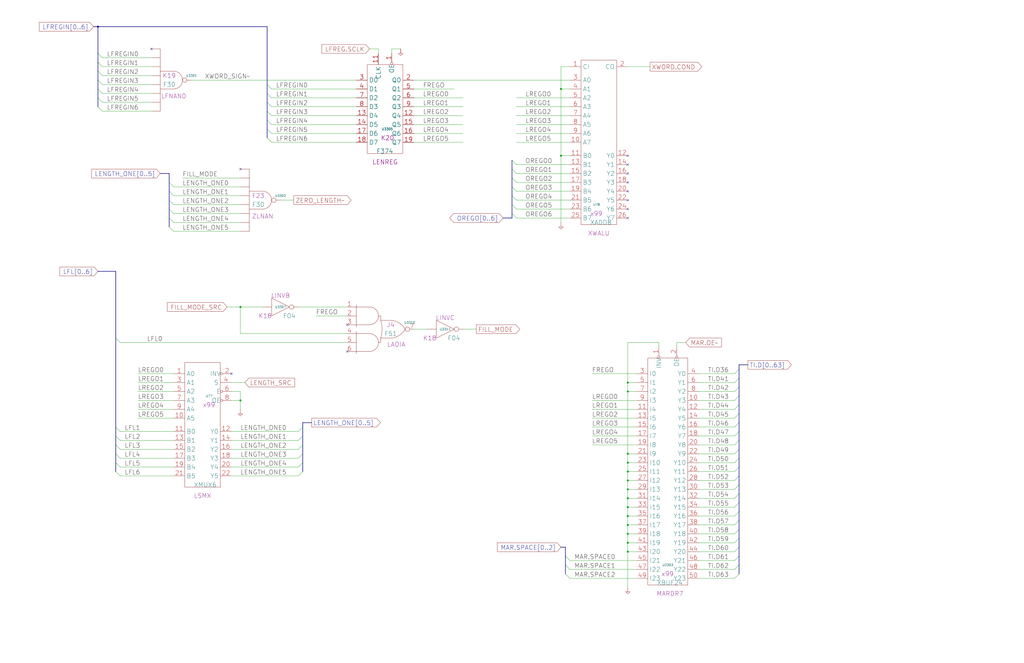
<source format=kicad_sch>
(kicad_sch (version 20230121) (generator eeschema)
  (paper "User" 584.2 378.46)
  (title_block (title "FIU FIELD PARAMETERS") (date "20-MAR-90") (rev "1.0") (comment 1 "FIU") (comment 2 "232-003065") (comment 3 "S400") (comment 4 "RELEASED"))
  (lib_symbols
    (symbol "r1000:F04" (pin_numbers hide) (pin_names hide)
      (property "Reference" "U" (at 0 0 0))
      (property "Value" "F04" (at 1.27 -5.08 0))
      (property "Location" "___" (at -12.7 -5.08 0))
      (property "Name" "______" (at 0 5.08 0))
      (symbol "F04_0_1"
        (polyline (pts (xy -7.62 0) (xy -5.08 0)) (stroke (width 0.1524)))
        (polyline (pts (xy -5.08 5.08) (xy -5.08 -5.08)) (stroke (width 0.1524)))
        (polyline (pts (xy 5.08 0) (xy -5.08 -5.08)) (stroke (width 0.1524)))
        (polyline (pts (xy 5.08 0) (xy -5.08 5.08)) (stroke (width 0.1524)))
        (circle (center 6.35 0) (radius 1.27) (stroke (width 0.1524)))
      )
      (symbol "F04_1_1"
        (pin input line (at -10.16 0 0) (length 2.54) (name "D0") (number "1"))
        (pin output line (at 10.16 0 180) (length 2.54) (name "Q") (number "2"))
      )
    )
    (symbol "r1000:F30" (pin_numbers hide) (pin_names hide)
      (property "Reference" "U" (at 15.24 2.54 0))
      (property "Value" "F30" (at 2.54 -2.54 0))
      (property "Location" "___" (at 2.54 2.54 0))
      (property "Name" "______" (at 5.08 -10.62 0))
      (symbol "F30_0_0"
        (polyline (pts (xy -2.54 -5.08) (xy 5.08 -5.08)) (stroke (width 0.1524)))
        (polyline (pts (xy -2.54 5.08) (xy 5.08 5.08)) (stroke (width 0.1524)))
        (arc (start 5.08 -5.08) (mid 8.6721 -3.5921) (end 10.16 0) (stroke (width 0.1524)))
        (arc (start 10.16 0) (mid 8.6721 3.5921) (end 5.08 5.08) (stroke (width 0.1524)))
        (circle (center 11.43 0) (radius 1.27) (stroke (width 0.1524)))
      )
      (symbol "F30_0_1"
        (polyline (pts (xy -2.54 -7.62) (xy -2.54 -17.78)) (stroke (width 0.1524)))
        (polyline (pts (xy -2.54 -5.08) (xy -2.54 -7.62)) (stroke (width 0.1524)))
        (polyline (pts (xy -2.54 5.08) (xy -2.54 -5.08)) (stroke (width 0.1524)))
        (polyline (pts (xy -2.54 7.62) (xy -2.54 5.08)) (stroke (width 0.1524)))
        (polyline (pts (xy -2.54 17.145) (xy -2.54 7.62)) (stroke (width 0.1524)))
        (polyline (pts (xy -2.54 17.78) (xy -2.54 17.145)) (stroke (width 0.1524)))
      )
      (symbol "F30_1_1"
        (pin input line (at -7.62 7.62 0) (length 5.08) (name "D2") (number "1"))
        (pin input line (at -7.62 17.78 0) (length 5.08) (name "D0") (number "11"))
        (pin input line (at -7.62 12.7 0) (length 5.08) (name "D1") (number "12"))
        (pin input line (at -7.62 2.54 0) (length 5.08) (name "D3") (number "2"))
        (pin input line (at -7.62 -2.54 0) (length 5.08) (name "D4") (number "3"))
        (pin input line (at -7.62 -7.62 0) (length 5.08) (name "D5") (number "4"))
        (pin input line (at -7.62 -12.7 0) (length 5.08) (name "D6") (number "5"))
        (pin input line (at -7.62 -17.78 0) (length 5.08) (name "D7") (number "6"))
        (pin output line (at 15.24 0 180) (length 2.54) (name "Q") (number "8"))
      )
    )
    (symbol "r1000:F374" (pin_names (offset 1.016))
      (property "Reference" "U" (at 2.54 5.08 0))
      (property "Value" "F374" (at -3.81 -7.62 0))
      (property "Location" "___" (at -1.27 0 0))
      (property "Name" "______" (at 1.27 -15.24 0))
      (symbol "F374_1_1"
        (rectangle (start -8.89 41.91) (end 11.43 -8.89))
        (circle (center 5.08 42.545) (radius 0.635))
        (pin input line (at 5.08 48.26 270) (length 5.08) (name "OE") (number "1"))
        (pin input line (at -2.54 48.26 270) (length 6.35) (name "CLK") (number "11"))
        (pin tri_state line (at 17.78 12.7 180) (length 6.35) (name "Q4") (number "12"))
        (pin input line (at -15.24 12.7 0) (length 6.35) (name "D4") (number "13"))
        (pin input line (at -15.24 7.62 0) (length 6.35) (name "D5") (number "14"))
        (pin tri_state line (at 17.78 7.62 180) (length 6.35) (name "Q5") (number "15"))
        (pin tri_state line (at 17.78 2.54 180) (length 6.35) (name "Q6") (number "16"))
        (pin input line (at -15.24 2.54 0) (length 6.35) (name "D6") (number "17"))
        (pin input line (at -15.24 -2.54 0) (length 6.35) (name "D7") (number "18"))
        (pin tri_state line (at 17.78 -2.54 180) (length 6.35) (name "Q7") (number "19"))
        (pin tri_state line (at 17.78 33.02 180) (length 6.35) (name "Q0") (number "2"))
        (pin input line (at -15.24 33.02 0) (length 6.35) (name "D0") (number "3"))
        (pin input line (at -15.24 27.94 0) (length 6.35) (name "D1") (number "4"))
        (pin tri_state line (at 17.78 27.94 180) (length 6.35) (name "Q1") (number "5"))
        (pin tri_state line (at 17.78 22.86 180) (length 6.35) (name "Q2") (number "6"))
        (pin input line (at -15.24 22.86 0) (length 6.35) (name "D2") (number "7"))
        (pin input line (at -15.24 17.78 0) (length 6.35) (name "D3") (number "8"))
        (pin tri_state line (at 17.78 17.78 180) (length 6.35) (name "Q3") (number "9"))
      )
    )
    (symbol "r1000:F51" (pin_names hide)
      (property "Reference" "U" (at 12.7 1.27 0))
      (property "Value" "F51" (at 1.905 -5.08 0))
      (property "Location" "___" (at 1.905 0 0))
      (property "Name" "______" (at 5.08 -12.7 0))
      (symbol "F51_0_0"
        (arc (start -10.16 -15.24) (mid -6.5679 -13.7521) (end -5.08 -10.16) (stroke (width 0.1524)))
        (arc (start -10.16 0) (mid -6.5679 1.4879) (end -5.08 5.08) (stroke (width 0.1524)))
        (arc (start -5.08 -10.16) (mid -6.5679 -6.5679) (end -10.16 -5.08) (stroke (width 0.1524)))
        (arc (start -5.08 5.08) (mid -6.5679 8.6721) (end -10.16 10.16) (stroke (width 0.1524)))
        (arc (start -3.8173 -7.62) (mid -2.9926 -2.54) (end -3.8173 2.54) (stroke (width 0.1524)))
        (polyline (pts (xy -20.32 -15.24) (xy -17.78 -15.24)) (stroke (width 0.1524)))
        (polyline (pts (xy -20.32 -10.16) (xy -17.78 -10.16)) (stroke (width 0.1524)))
        (polyline (pts (xy -20.32 -5.08) (xy -17.78 -5.08)) (stroke (width 0.1524)))
        (polyline (pts (xy -20.32 0) (xy -17.78 0)) (stroke (width 0.1524)))
        (polyline (pts (xy -20.32 5.08) (xy -17.78 5.08)) (stroke (width 0.1524)))
        (polyline (pts (xy -20.32 10.16) (xy -17.78 10.16)) (stroke (width 0.1524)))
        (polyline (pts (xy -17.78 -3.81) (xy -17.78 -16.51)) (stroke (width 0.1524)))
        (polyline (pts (xy -17.78 11.43) (xy -17.78 -1.27)) (stroke (width 0.1524)))
        (polyline (pts (xy -10.16 -15.24) (xy -17.78 -15.24)) (stroke (width 0.1524)))
        (polyline (pts (xy -10.16 -5.08) (xy -17.78 -5.08)) (stroke (width 0.1524)))
        (polyline (pts (xy -10.16 0) (xy -17.78 0)) (stroke (width 0.1524)))
        (polyline (pts (xy -10.16 10.16) (xy -17.78 10.16)) (stroke (width 0.1524)))
        (polyline (pts (xy -3.81 -7.62) (xy 2.54 -7.62)) (stroke (width 0.1524)))
        (polyline (pts (xy -3.81 2.54) (xy 2.54 2.54)) (stroke (width 0.1524)))
        (polyline (pts (xy -5.08 -10.16) (xy -3.81 -10.16) (xy -3.81 -7.62)) (stroke (width 0.1524)))
        (polyline (pts (xy -5.08 5.08) (xy -3.81 5.08) (xy -3.81 2.54)) (stroke (width 0.1524)))
        (arc (start 2.54 -7.62) (mid 6.9504 -5.9805) (end 10.16 -2.54) (stroke (width 0.1524)))
        (arc (start 10.16 -2.54) (mid 6.9516 0.9024) (end 2.54 2.54) (stroke (width 0.1524)))
        (circle (center 11.43 -2.54) (radius 1.27) (stroke (width 0.1524)))
      )
      (symbol "F51_1_1"
        (pin input line (at -22.86 10.16 0) (length 2.54) (name "A1") (number "1"))
        (pin input line (at -22.86 5.08 0) (length 2.54) (name "A2") (number "2"))
        (pin input line (at -22.86 0 0) (length 2.54) (name "A3") (number "3"))
        (pin input line (at -22.86 -5.08 0) (length 2.54) (name "B1") (number "4"))
        (pin input line (at -22.86 -10.16 0) (length 2.54) (name "B2") (number "5"))
        (pin input line (at -22.86 -15.24 0) (length 2.54) (name "B3") (number "6"))
        (pin output line (at 15.24 -2.54 180) (length 2.54) (name "Q") (number "7"))
      )
    )
    (symbol "r1000:PD" (power) (pin_numbers hide) (pin_names hide) (in_bom no)
      (symbol "PD_0_1"
        (polyline (pts (xy 0 -2.54) (xy 1.27 -2.54) (xy 0 -3.81) (xy -1.27 -2.54) (xy 0 -2.54)) (stroke (width 0.1524)))
      )
      (symbol "PD_1_1"
        (pin power_in line (at 0 0 270) (length 2.54) (name "PD") (number "1"))
      )
    )
    (symbol "r1000:XADD8" (pin_names (offset 1.016))
      (property "Reference" "U" (at 2.54 5.08 0))
      (property "Value" "XADD8" (at -1.27 -5.08 0))
      (property "Location" "___" (at -1.27 0 0))
      (property "Name" "______" (at 3.81 -12.7 0))
      (symbol "XADD8_1_1"
        (rectangle (start -6.35 87.63) (end 13.97 -6.35))
        (pin input line (at -12.7 83.82 0) (length 6.35) (name "CI") (number "1"))
        (pin input line (at -12.7 40.64 0) (length 6.35) (name "A7") (number "10"))
        (pin input line (at -12.7 33.02 0) (length 6.35) (name "B0") (number "11"))
        (pin output line (at 20.32 33.02 180) (length 6.35) (name "Y0") (number "12"))
        (pin input line (at -12.7 27.94 0) (length 6.35) (name "B1") (number "13"))
        (pin output line (at 20.32 27.94 180) (length 6.35) (name "Y1") (number "14"))
        (pin input line (at -12.7 22.86 0) (length 6.35) (name "B2") (number "15"))
        (pin output line (at 20.32 22.86 180) (length 6.35) (name "Y2") (number "16"))
        (pin input line (at -12.7 17.78 0) (length 6.35) (name "B3") (number "17"))
        (pin output line (at 20.32 17.78 180) (length 6.35) (name "Y3") (number "18"))
        (pin input line (at -12.7 12.7 0) (length 6.35) (name "B4") (number "19"))
        (pin output line (at 20.32 83.82 180) (length 6.35) (name "CO") (number "2"))
        (pin output line (at 20.32 12.7 180) (length 6.35) (name "Y4") (number "20"))
        (pin input line (at -12.7 7.62 0) (length 6.35) (name "B5") (number "21"))
        (pin output line (at 20.32 7.62 180) (length 6.35) (name "Y5") (number "22"))
        (pin input line (at -12.7 2.54 0) (length 6.35) (name "B6") (number "23"))
        (pin output line (at 20.32 2.54 180) (length 6.35) (name "Y6") (number "24"))
        (pin input line (at -12.7 -2.54 0) (length 6.35) (name "B7") (number "25"))
        (pin output line (at 20.32 -2.54 180) (length 6.35) (name "Y7") (number "26"))
        (pin input line (at -12.7 76.2 0) (length 6.35) (name "A0") (number "3"))
        (pin input line (at -12.7 71.12 0) (length 6.35) (name "A1") (number "4"))
        (pin input line (at -12.7 66.04 0) (length 6.35) (name "A2") (number "5"))
        (pin input line (at -12.7 60.96 0) (length 6.35) (name "A3") (number "6"))
        (pin input line (at -12.7 55.88 0) (length 6.35) (name "A4") (number "7"))
        (pin input line (at -12.7 50.8 0) (length 6.35) (name "A5") (number "8"))
        (pin input line (at -12.7 45.72 0) (length 6.35) (name "A6") (number "9"))
      )
    )
    (symbol "r1000:XBUF24" (pin_names (offset 1.016))
      (property "Reference" "U" (at 2.54 5.08 0))
      (property "Value" "XBUF24" (at -3.81 -5.08 0))
      (property "Location" "___" (at -1.27 0 0))
      (property "Name" "______" (at 3.81 -12.7 0))
      (symbol "XBUF24_1_1"
        (rectangle (start -8.89 123.19) (end 13.97 -6.35))
        (circle (center -2.54 123.825) (radius 0.635))
        (circle (center 7.62 123.825) (radius 0.635))
        (pin input line (at -2.54 129.54 270) (length 5.08) (name "INV") (number "1"))
        (pin tri_state line (at 20.32 99.06 180) (length 6.35) (name "Y3") (number "10"))
        (pin input line (at -15.24 93.98 0) (length 6.35) (name "I4") (number "11"))
        (pin tri_state line (at 20.32 93.98 180) (length 6.35) (name "Y4") (number "12"))
        (pin input line (at -15.24 88.9 0) (length 6.35) (name "I5") (number "13"))
        (pin tri_state line (at 20.32 88.9 180) (length 6.35) (name "Y5") (number "14"))
        (pin input line (at -15.24 83.82 0) (length 6.35) (name "I6") (number "15"))
        (pin tri_state line (at 20.32 83.82 180) (length 6.35) (name "Y6") (number "16"))
        (pin input line (at -15.24 78.74 0) (length 6.35) (name "I7") (number "17"))
        (pin tri_state line (at 20.32 78.74 180) (length 6.35) (name "Y7") (number "18"))
        (pin input line (at -15.24 73.66 0) (length 6.35) (name "I8") (number "19"))
        (pin input line (at 7.62 129.54 270) (length 5.08) (name "OE") (number "2"))
        (pin tri_state line (at 20.32 73.66 180) (length 6.35) (name "Y8") (number "20"))
        (pin input line (at -15.24 68.58 0) (length 6.35) (name "I9") (number "21"))
        (pin tri_state line (at 20.32 68.58 180) (length 6.35) (name "Y9") (number "22"))
        (pin input line (at -15.24 63.5 0) (length 6.35) (name "I10") (number "23"))
        (pin tri_state line (at 20.32 63.5 180) (length 6.35) (name "Y10") (number "24"))
        (pin input line (at -15.24 58.42 0) (length 6.35) (name "I11") (number "25"))
        (pin tri_state line (at 20.32 58.42 180) (length 6.35) (name "Y11") (number "26"))
        (pin input line (at -15.24 53.34 0) (length 6.35) (name "I12") (number "27"))
        (pin tri_state line (at 20.32 53.34 180) (length 6.35) (name "Y12") (number "28"))
        (pin input line (at -15.24 48.26 0) (length 6.35) (name "I13") (number "29"))
        (pin input line (at -15.24 114.3 0) (length 6.35) (name "I0") (number "3"))
        (pin tri_state line (at 20.32 48.26 180) (length 6.35) (name "Y13") (number "30"))
        (pin input line (at -15.24 43.18 0) (length 6.35) (name "I14") (number "31"))
        (pin tri_state line (at 20.32 43.18 180) (length 6.35) (name "Y14") (number "32"))
        (pin input line (at -15.24 38.1 0) (length 6.35) (name "I15") (number "33"))
        (pin tri_state line (at 20.32 38.1 180) (length 6.35) (name "Y15") (number "34"))
        (pin input line (at -15.24 33.02 0) (length 6.35) (name "I16") (number "35"))
        (pin tri_state line (at 20.32 33.02 180) (length 6.35) (name "Y16") (number "36"))
        (pin input line (at -15.24 27.94 0) (length 6.35) (name "I17") (number "37"))
        (pin tri_state line (at 20.32 27.94 180) (length 6.35) (name "Y17") (number "38"))
        (pin input line (at -15.24 22.86 0) (length 6.35) (name "I18") (number "39"))
        (pin tri_state line (at 20.32 114.3 180) (length 6.35) (name "Y0") (number "4"))
        (pin tri_state line (at 20.32 22.86 180) (length 6.35) (name "Y18") (number "40"))
        (pin input line (at -15.24 17.78 0) (length 6.35) (name "I19") (number "41"))
        (pin tri_state line (at 20.32 17.78 180) (length 6.35) (name "Y19") (number "42"))
        (pin input line (at -15.24 12.7 0) (length 6.35) (name "I20") (number "43"))
        (pin tri_state line (at 20.32 12.7 180) (length 6.35) (name "Y20") (number "44"))
        (pin input line (at -15.24 7.62 0) (length 6.35) (name "I21") (number "45"))
        (pin tri_state line (at 20.32 7.62 180) (length 6.35) (name "Y21") (number "46"))
        (pin input line (at -15.24 2.54 0) (length 6.35) (name "I22") (number "47"))
        (pin tri_state line (at 20.32 2.54 180) (length 6.35) (name "Y22") (number "48"))
        (pin input line (at -15.24 -2.54 0) (length 6.35) (name "I23") (number "49"))
        (pin input line (at -15.24 109.22 0) (length 6.35) (name "I1") (number "5"))
        (pin tri_state line (at 20.32 -2.54 180) (length 6.35) (name "Y23") (number "50"))
        (pin tri_state line (at 20.32 109.22 180) (length 6.35) (name "Y1") (number "6"))
        (pin input line (at -15.24 104.14 0) (length 6.35) (name "I2") (number "7"))
        (pin tri_state line (at 20.32 104.14 180) (length 6.35) (name "Y2") (number "8"))
        (pin input line (at -15.24 99.06 0) (length 6.35) (name "I3") (number "9"))
      )
    )
    (symbol "r1000:XMUX6" (pin_names (offset 1.016))
      (property "Reference" "U" (at 2.54 5.08 0))
      (property "Value" "XMUX6" (at -6.35 -45.72 0))
      (property "Location" "___" (at -1.27 0 0))
      (property "Name" "______" (at -1.27 -53.34 0))
      (symbol "XMUX6_1_1"
        (rectangle (start -11.43 24.13) (end 8.89 -46.99))
        (circle (center 9.525 2.54) (radius 0.635))
        (circle (center 9.525 7.62) (radius 0.635))
        (circle (center 9.525 17.78) (radius 0.635))
        (pin input line (at -17.78 17.78 0) (length 6.35) (name "A0") (number "1"))
        (pin input line (at -17.78 -7.62 0) (length 6.35) (name "A5") (number "10"))
        (pin input line (at -17.78 -15.24 0) (length 6.35) (name "B0") (number "11"))
        (pin tri_state line (at 15.24 -15.24 180) (length 6.35) (name "Y0") (number "12"))
        (pin input line (at -17.78 -20.32 0) (length 6.35) (name "B1") (number "13"))
        (pin tri_state line (at 15.24 -20.32 180) (length 6.35) (name "Y1") (number "14"))
        (pin input line (at -17.78 -25.4 0) (length 6.35) (name "B2") (number "15"))
        (pin tri_state line (at 15.24 -25.4 180) (length 6.35) (name "Y2") (number "16"))
        (pin input line (at -17.78 -30.48 0) (length 6.35) (name "B3") (number "17"))
        (pin tri_state line (at 15.24 -30.48 180) (length 6.35) (name "Y3") (number "18"))
        (pin input line (at -17.78 -35.56 0) (length 6.35) (name "B4") (number "19"))
        (pin input line (at 15.24 17.78 180) (length 5.08) (name "INV") (number "2"))
        (pin tri_state line (at 15.24 -35.56 180) (length 6.35) (name "Y4") (number "20"))
        (pin input line (at -17.78 -40.64 0) (length 6.35) (name "B5") (number "21"))
        (pin tri_state line (at 15.24 -40.64 180) (length 6.35) (name "Y5") (number "22"))
        (pin input line (at -17.78 12.7 0) (length 6.35) (name "A1") (number "3"))
        (pin input line (at 15.24 12.7 180) (length 6.35) (name "S") (number "4"))
        (pin input line (at -17.78 7.62 0) (length 6.35) (name "A2") (number "5"))
        (pin input line (at 15.24 7.62 180) (length 5.08) (name "E") (number "6"))
        (pin input line (at -17.78 2.54 0) (length 6.35) (name "A3") (number "7"))
        (pin input line (at 15.24 2.54 180) (length 5.08) (name "OE") (number "8"))
        (pin input line (at -17.78 -2.54 0) (length 6.35) (name "A4") (number "9"))
      )
    )
  )
  (junction (at 358.14 279.4))
  (junction (at 320.04 50.8))
  (junction (at 358.14 289.56))
  (junction (at 358.14 299.72))
  (junction (at 358.14 274.32))
  (junction (at 358.14 269.24))
  (junction (at 358.14 304.8))
  (junction (at 358.14 264.16))
  (junction (at 358.14 218.44))
  (junction (at 137.16 228.6))
  (junction (at 358.14 314.96))
  (junction (at 358.14 284.48))
  (junction (at 358.14 223.52))
  (junction (at 137.16 175.26))
  (junction (at 358.14 309.88))
  (junction (at 55.88 15.24))
  (junction (at 320.04 88.9))
  (junction (at 358.14 294.64))
  (junction (at 358.14 259.08))
  (no_connect (at 358.14 93.98))
  (no_connect (at 358.14 119.38))
  (no_connect (at 198.12 200.66))
  (no_connect (at 358.14 88.9))
  (no_connect (at 358.14 104.14))
  (no_connect (at 132.08 213.36))
  (no_connect (at 198.12 185.42))
  (no_connect (at 137.16 96.52))
  (no_connect (at 358.14 109.22))
  (no_connect (at 86.36 27.94))
  (no_connect (at 358.14 99.06))
  (no_connect (at 358.14 124.46))
  (no_connect (at 358.14 114.3))
  (bus_entry (at 66.04 264.16) (size 2.54 2.54))
  (bus_entry (at 96.52 119.38) (size 2.54 2.54))
  (bus_entry (at 292.1 116.84) (size 2.54 2.54))
  (bus_entry (at 292.1 101.6) (size 2.54 2.54))
  (bus_entry (at 152.4 58.42) (size 2.54 2.54))
  (bus_entry (at 421.64 317.5) (size -2.54 2.54))
  (bus_entry (at 55.88 60.96) (size 2.54 2.54))
  (bus_entry (at 421.64 261.62) (size -2.54 2.54))
  (bus_entry (at 152.4 48.26) (size 2.54 2.54))
  (bus_entry (at 152.4 73.66) (size 2.54 2.54))
  (bus_entry (at 96.52 104.14) (size 2.54 2.54))
  (bus_entry (at 172.72 259.08) (size -2.54 2.54))
  (bus_entry (at 421.64 231.14) (size -2.54 2.54))
  (bus_entry (at 421.64 226.06) (size -2.54 2.54))
  (bus_entry (at 421.64 246.38) (size -2.54 2.54))
  (bus_entry (at 322.58 317.5) (size 2.54 2.54))
  (bus_entry (at 421.64 266.7) (size -2.54 2.54))
  (bus_entry (at 55.88 55.88) (size 2.54 2.54))
  (bus_entry (at 292.1 96.52) (size 2.54 2.54))
  (bus_entry (at 421.64 292.1) (size -2.54 2.54))
  (bus_entry (at 292.1 121.92) (size 2.54 2.54))
  (bus_entry (at 172.72 269.24) (size -2.54 2.54))
  (bus_entry (at 152.4 78.74) (size 2.54 2.54))
  (bus_entry (at 96.52 124.46) (size 2.54 2.54))
  (bus_entry (at 55.88 40.64) (size 2.54 2.54))
  (bus_entry (at 421.64 271.78) (size -2.54 2.54))
  (bus_entry (at 421.64 327.66) (size -2.54 2.54))
  (bus_entry (at 55.88 50.8) (size 2.54 2.54))
  (bus_entry (at 421.64 251.46) (size -2.54 2.54))
  (bus_entry (at 96.52 129.54) (size 2.54 2.54))
  (bus_entry (at 421.64 297.18) (size -2.54 2.54))
  (bus_entry (at 421.64 236.22) (size -2.54 2.54))
  (bus_entry (at 421.64 281.94) (size -2.54 2.54))
  (bus_entry (at 322.58 327.66) (size 2.54 2.54))
  (bus_entry (at 172.72 264.16) (size -2.54 2.54))
  (bus_entry (at 421.64 241.3) (size -2.54 2.54))
  (bus_entry (at 66.04 259.08) (size 2.54 2.54))
  (bus_entry (at 66.04 269.24) (size 2.54 2.54))
  (bus_entry (at 421.64 210.82) (size -2.54 2.54))
  (bus_entry (at 152.4 68.58) (size 2.54 2.54))
  (bus_entry (at 172.72 248.92) (size -2.54 2.54))
  (bus_entry (at 421.64 307.34) (size -2.54 2.54))
  (bus_entry (at 421.64 276.86) (size -2.54 2.54))
  (bus_entry (at 96.52 109.22) (size 2.54 2.54))
  (bus_entry (at 421.64 256.54) (size -2.54 2.54))
  (bus_entry (at 96.52 114.3) (size 2.54 2.54))
  (bus_entry (at 55.88 45.72) (size 2.54 2.54))
  (bus_entry (at 421.64 215.9) (size -2.54 2.54))
  (bus_entry (at 421.64 322.58) (size -2.54 2.54))
  (bus_entry (at 292.1 111.76) (size 2.54 2.54))
  (bus_entry (at 55.88 30.48) (size 2.54 2.54))
  (bus_entry (at 421.64 287.02) (size -2.54 2.54))
  (bus_entry (at 322.58 322.58) (size 2.54 2.54))
  (bus_entry (at 66.04 193.04) (size 2.54 2.54))
  (bus_entry (at 66.04 248.92) (size 2.54 2.54))
  (bus_entry (at 66.04 254) (size 2.54 2.54))
  (bus_entry (at 172.72 254) (size -2.54 2.54))
  (bus_entry (at 66.04 243.84) (size 2.54 2.54))
  (bus_entry (at 292.1 106.68) (size 2.54 2.54))
  (bus_entry (at 55.88 35.56) (size 2.54 2.54))
  (bus_entry (at 152.4 63.5) (size 2.54 2.54))
  (bus_entry (at 292.1 91.44) (size 2.54 2.54))
  (bus_entry (at 172.72 243.84) (size -2.54 2.54))
  (bus_entry (at 421.64 302.26) (size -2.54 2.54))
  (bus_entry (at 421.64 312.42) (size -2.54 2.54))
  (bus_entry (at 152.4 53.34) (size 2.54 2.54))
  (bus_entry (at 421.64 220.98) (size -2.54 2.54))
  (wire (pts (xy 398.78 279.4) (xy 419.1 279.4)))
  (wire (pts (xy 154.94 81.28) (xy 203.2 81.28)))
  (wire (pts (xy 398.78 274.32) (xy 419.1 274.32)))
  (wire (pts (xy 78.74 223.52) (xy 99.06 223.52)))
  (bus (pts (xy 96.52 109.22) (xy 96.52 114.3)))
  (wire (pts (xy 358.14 274.32) (xy 363.22 274.32)))
  (wire (pts (xy 294.64 76.2) (xy 325.12 76.2)))
  (wire (pts (xy 294.64 99.06) (xy 325.12 99.06)))
  (wire (pts (xy 325.12 330.2) (xy 363.22 330.2)))
  (bus (pts (xy 172.72 259.08) (xy 172.72 264.16)))
  (wire (pts (xy 358.14 284.48) (xy 363.22 284.48)))
  (wire (pts (xy 358.14 218.44) (xy 358.14 195.58)))
  (bus (pts (xy 421.64 208.28) (xy 421.64 210.82)))
  (wire (pts (xy 154.94 66.04) (xy 203.2 66.04)))
  (wire (pts (xy 358.14 259.08) (xy 358.14 223.52)))
  (bus (pts (xy 53.34 15.24) (xy 55.88 15.24)))
  (bus (pts (xy 152.4 15.24) (xy 152.4 48.26)))
  (wire (pts (xy 398.78 304.8) (xy 419.1 304.8)))
  (wire (pts (xy 236.22 71.12) (xy 264.16 71.12)))
  (wire (pts (xy 391.16 195.58) (xy 386.08 195.58)))
  (bus (pts (xy 421.64 208.28) (xy 426.72 208.28)))
  (wire (pts (xy 358.14 264.16) (xy 358.14 259.08)))
  (wire (pts (xy 358.14 38.1) (xy 370.84 38.1)))
  (wire (pts (xy 398.78 330.2) (xy 419.1 330.2)))
  (wire (pts (xy 337.82 213.36) (xy 363.22 213.36)))
  (wire (pts (xy 320.04 88.9) (xy 325.12 88.9)))
  (wire (pts (xy 236.22 187.96) (xy 243.84 187.96)))
  (wire (pts (xy 294.64 66.04) (xy 325.12 66.04)))
  (bus (pts (xy 55.88 154.94) (xy 66.04 154.94)))
  (wire (pts (xy 358.14 218.44) (xy 363.22 218.44)))
  (wire (pts (xy 137.16 190.5) (xy 198.12 190.5)))
  (wire (pts (xy 215.9 27.94) (xy 210.82 27.94)))
  (wire (pts (xy 398.78 309.88) (xy 419.1 309.88)))
  (wire (pts (xy 294.64 93.98) (xy 325.12 93.98)))
  (wire (pts (xy 358.14 294.64) (xy 363.22 294.64)))
  (bus (pts (xy 421.64 246.38) (xy 421.64 251.46)))
  (wire (pts (xy 154.94 55.88) (xy 203.2 55.88)))
  (wire (pts (xy 68.58 261.62) (xy 99.06 261.62)))
  (wire (pts (xy 398.78 223.52) (xy 419.1 223.52)))
  (bus (pts (xy 96.52 99.06) (xy 96.52 104.14)))
  (wire (pts (xy 58.42 38.1) (xy 86.36 38.1)))
  (wire (pts (xy 68.58 271.78) (xy 99.06 271.78)))
  (bus (pts (xy 421.64 271.78) (xy 421.64 276.86)))
  (bus (pts (xy 66.04 259.08) (xy 66.04 264.16)))
  (bus (pts (xy 421.64 312.42) (xy 421.64 317.5)))
  (wire (pts (xy 154.94 60.96) (xy 203.2 60.96)))
  (bus (pts (xy 421.64 292.1) (xy 421.64 297.18)))
  (bus (pts (xy 292.1 106.68) (xy 292.1 101.6)))
  (wire (pts (xy 58.42 48.26) (xy 86.36 48.26)))
  (wire (pts (xy 375.92 195.58) (xy 375.92 198.12)))
  (bus (pts (xy 421.64 220.98) (xy 421.64 226.06)))
  (wire (pts (xy 337.82 254) (xy 363.22 254)))
  (wire (pts (xy 294.64 109.22) (xy 325.12 109.22)))
  (wire (pts (xy 132.08 256.54) (xy 170.18 256.54)))
  (bus (pts (xy 421.64 281.94) (xy 421.64 287.02)))
  (bus (pts (xy 55.88 55.88) (xy 55.88 60.96)))
  (wire (pts (xy 358.14 335.28) (xy 358.14 314.96)))
  (bus (pts (xy 287.02 124.46) (xy 292.1 124.46)))
  (wire (pts (xy 294.64 55.88) (xy 325.12 55.88)))
  (wire (pts (xy 358.14 299.72) (xy 358.14 294.64)))
  (wire (pts (xy 398.78 320.04) (xy 419.1 320.04)))
  (wire (pts (xy 236.22 76.2) (xy 264.16 76.2)))
  (bus (pts (xy 292.1 106.68) (xy 292.1 111.76)))
  (bus (pts (xy 292.1 111.76) (xy 292.1 116.84)))
  (wire (pts (xy 398.78 259.08) (xy 419.1 259.08)))
  (bus (pts (xy 421.64 307.34) (xy 421.64 312.42)))
  (bus (pts (xy 421.64 302.26) (xy 421.64 307.34)))
  (bus (pts (xy 292.1 91.44) (xy 292.1 96.52)))
  (bus (pts (xy 96.52 114.3) (xy 96.52 119.38)))
  (bus (pts (xy 322.58 322.58) (xy 322.58 327.66)))
  (bus (pts (xy 322.58 317.5) (xy 322.58 322.58)))
  (wire (pts (xy 398.78 284.48) (xy 419.1 284.48)))
  (wire (pts (xy 337.82 248.92) (xy 363.22 248.92)))
  (bus (pts (xy 421.64 241.3) (xy 421.64 246.38)))
  (bus (pts (xy 421.64 297.18) (xy 421.64 302.26)))
  (bus (pts (xy 91.44 99.06) (xy 96.52 99.06)))
  (wire (pts (xy 132.08 261.62) (xy 170.18 261.62)))
  (bus (pts (xy 66.04 254) (xy 66.04 259.08)))
  (wire (pts (xy 137.16 223.52) (xy 137.16 228.6)))
  (bus (pts (xy 421.64 236.22) (xy 421.64 241.3)))
  (wire (pts (xy 160.02 114.3) (xy 167.64 114.3)))
  (bus (pts (xy 152.4 68.58) (xy 152.4 73.66)))
  (wire (pts (xy 358.14 279.4) (xy 358.14 274.32)))
  (bus (pts (xy 172.72 254) (xy 172.72 259.08)))
  (wire (pts (xy 358.14 309.88) (xy 363.22 309.88)))
  (wire (pts (xy 78.74 238.76) (xy 99.06 238.76)))
  (wire (pts (xy 99.06 116.84) (xy 137.16 116.84)))
  (wire (pts (xy 358.14 284.48) (xy 358.14 279.4)))
  (bus (pts (xy 292.1 116.84) (xy 292.1 121.92)))
  (wire (pts (xy 132.08 266.7) (xy 170.18 266.7)))
  (wire (pts (xy 320.04 38.1) (xy 320.04 50.8)))
  (wire (pts (xy 264.16 187.96) (xy 271.78 187.96)))
  (wire (pts (xy 132.08 246.38) (xy 170.18 246.38)))
  (wire (pts (xy 358.14 269.24) (xy 358.14 264.16)))
  (wire (pts (xy 58.42 53.34) (xy 86.36 53.34)))
  (bus (pts (xy 55.88 40.64) (xy 55.88 45.72)))
  (bus (pts (xy 421.64 231.14) (xy 421.64 236.22)))
  (wire (pts (xy 337.82 233.68) (xy 363.22 233.68)))
  (bus (pts (xy 421.64 322.58) (xy 421.64 327.66)))
  (wire (pts (xy 398.78 213.36) (xy 419.1 213.36)))
  (wire (pts (xy 294.64 71.12) (xy 325.12 71.12)))
  (wire (pts (xy 398.78 314.96) (xy 419.1 314.96)))
  (wire (pts (xy 398.78 228.6) (xy 419.1 228.6)))
  (wire (pts (xy 398.78 325.12) (xy 419.1 325.12)))
  (wire (pts (xy 236.22 45.72) (xy 325.12 45.72)))
  (wire (pts (xy 358.14 223.52) (xy 363.22 223.52)))
  (wire (pts (xy 58.42 63.5) (xy 86.36 63.5)))
  (wire (pts (xy 137.16 228.6) (xy 132.08 228.6)))
  (bus (pts (xy 55.88 15.24) (xy 55.88 30.48)))
  (wire (pts (xy 129.54 175.26) (xy 137.16 175.26)))
  (wire (pts (xy 358.14 289.56) (xy 363.22 289.56)))
  (wire (pts (xy 104.14 101.6) (xy 137.16 101.6)))
  (bus (pts (xy 66.04 248.92) (xy 66.04 254)))
  (wire (pts (xy 223.52 27.94) (xy 223.52 30.48)))
  (wire (pts (xy 132.08 271.78) (xy 170.18 271.78)))
  (wire (pts (xy 398.78 248.92) (xy 419.1 248.92)))
  (wire (pts (xy 358.14 269.24) (xy 363.22 269.24)))
  (wire (pts (xy 137.16 233.68) (xy 137.16 228.6)))
  (wire (pts (xy 294.64 119.38) (xy 325.12 119.38)))
  (wire (pts (xy 109.22 45.72) (xy 203.2 45.72)))
  (wire (pts (xy 137.16 190.5) (xy 137.16 175.26)))
  (wire (pts (xy 294.64 104.14) (xy 325.12 104.14)))
  (wire (pts (xy 294.64 60.96) (xy 325.12 60.96)))
  (bus (pts (xy 152.4 53.34) (xy 152.4 58.42)))
  (wire (pts (xy 358.14 279.4) (xy 363.22 279.4)))
  (bus (pts (xy 55.88 30.48) (xy 55.88 35.56)))
  (bus (pts (xy 421.64 256.54) (xy 421.64 261.62)))
  (wire (pts (xy 180.34 180.34) (xy 198.12 180.34)))
  (wire (pts (xy 398.78 299.72) (xy 419.1 299.72)))
  (bus (pts (xy 421.64 226.06) (xy 421.64 231.14)))
  (wire (pts (xy 325.12 50.8) (xy 320.04 50.8)))
  (wire (pts (xy 58.42 58.42) (xy 86.36 58.42)))
  (wire (pts (xy 78.74 233.68) (xy 99.06 233.68)))
  (wire (pts (xy 99.06 106.68) (xy 137.16 106.68)))
  (wire (pts (xy 132.08 251.46) (xy 170.18 251.46)))
  (wire (pts (xy 337.82 238.76) (xy 363.22 238.76)))
  (wire (pts (xy 99.06 111.76) (xy 137.16 111.76)))
  (wire (pts (xy 398.78 218.44) (xy 419.1 218.44)))
  (bus (pts (xy 55.88 35.56) (xy 55.88 40.64)))
  (wire (pts (xy 154.94 50.8) (xy 203.2 50.8)))
  (wire (pts (xy 58.42 43.18) (xy 86.36 43.18)))
  (wire (pts (xy 358.14 223.52) (xy 358.14 218.44)))
  (bus (pts (xy 421.64 317.5) (xy 421.64 322.58)))
  (wire (pts (xy 68.58 256.54) (xy 99.06 256.54)))
  (bus (pts (xy 152.4 73.66) (xy 152.4 78.74)))
  (bus (pts (xy 96.52 104.14) (xy 96.52 109.22)))
  (bus (pts (xy 172.72 243.84) (xy 172.72 248.92)))
  (bus (pts (xy 172.72 248.92) (xy 172.72 254)))
  (bus (pts (xy 66.04 264.16) (xy 66.04 269.24)))
  (bus (pts (xy 152.4 15.24) (xy 55.88 15.24)))
  (wire (pts (xy 68.58 251.46) (xy 99.06 251.46)))
  (bus (pts (xy 320.04 312.42) (xy 322.58 312.42)))
  (wire (pts (xy 398.78 233.68) (xy 419.1 233.68)))
  (wire (pts (xy 236.22 60.96) (xy 264.16 60.96)))
  (wire (pts (xy 358.14 309.88) (xy 358.14 304.8)))
  (wire (pts (xy 358.14 314.96) (xy 363.22 314.96)))
  (wire (pts (xy 386.08 195.58) (xy 386.08 198.12)))
  (bus (pts (xy 421.64 276.86) (xy 421.64 281.94)))
  (bus (pts (xy 292.1 124.46) (xy 292.1 121.92)))
  (wire (pts (xy 132.08 218.44) (xy 139.7 218.44)))
  (wire (pts (xy 358.14 264.16) (xy 363.22 264.16)))
  (wire (pts (xy 154.94 71.12) (xy 203.2 71.12)))
  (wire (pts (xy 228.6 27.94) (xy 223.52 27.94)))
  (bus (pts (xy 421.64 251.46) (xy 421.64 256.54)))
  (wire (pts (xy 320.04 50.8) (xy 320.04 88.9)))
  (wire (pts (xy 320.04 127) (xy 320.04 88.9)))
  (bus (pts (xy 172.72 241.3) (xy 177.8 241.3)))
  (wire (pts (xy 78.74 228.6) (xy 99.06 228.6)))
  (bus (pts (xy 322.58 312.42) (xy 322.58 317.5)))
  (wire (pts (xy 99.06 121.92) (xy 137.16 121.92)))
  (bus (pts (xy 152.4 48.26) (xy 152.4 53.34)))
  (wire (pts (xy 236.22 55.88) (xy 264.16 55.88)))
  (wire (pts (xy 320.04 38.1) (xy 325.12 38.1)))
  (wire (pts (xy 137.16 175.26) (xy 149.86 175.26)))
  (wire (pts (xy 398.78 289.56) (xy 419.1 289.56)))
  (wire (pts (xy 398.78 238.76) (xy 419.1 238.76)))
  (wire (pts (xy 78.74 213.36) (xy 99.06 213.36)))
  (bus (pts (xy 55.88 45.72) (xy 55.88 50.8)))
  (wire (pts (xy 337.82 228.6) (xy 363.22 228.6)))
  (wire (pts (xy 398.78 269.24) (xy 419.1 269.24)))
  (bus (pts (xy 292.1 96.52) (xy 292.1 101.6)))
  (bus (pts (xy 172.72 241.3) (xy 172.72 243.84)))
  (wire (pts (xy 358.14 314.96) (xy 358.14 309.88)))
  (wire (pts (xy 99.06 127) (xy 137.16 127)))
  (wire (pts (xy 215.9 30.48) (xy 215.9 27.94)))
  (wire (pts (xy 236.22 81.28) (xy 264.16 81.28)))
  (wire (pts (xy 294.64 114.3) (xy 325.12 114.3)))
  (wire (pts (xy 58.42 33.02) (xy 86.36 33.02)))
  (bus (pts (xy 421.64 266.7) (xy 421.64 271.78)))
  (wire (pts (xy 398.78 254) (xy 419.1 254)))
  (wire (pts (xy 358.14 195.58) (xy 375.92 195.58)))
  (wire (pts (xy 358.14 294.64) (xy 358.14 289.56)))
  (bus (pts (xy 55.88 50.8) (xy 55.88 55.88)))
  (bus (pts (xy 421.64 210.82) (xy 421.64 215.9)))
  (wire (pts (xy 154.94 76.2) (xy 203.2 76.2)))
  (wire (pts (xy 337.82 243.84) (xy 363.22 243.84)))
  (bus (pts (xy 66.04 193.04) (xy 66.04 243.84)))
  (wire (pts (xy 132.08 223.52) (xy 137.16 223.52)))
  (bus (pts (xy 66.04 243.84) (xy 66.04 248.92)))
  (wire (pts (xy 68.58 266.7) (xy 99.06 266.7)))
  (wire (pts (xy 325.12 325.12) (xy 363.22 325.12)))
  (wire (pts (xy 78.74 218.44) (xy 99.06 218.44)))
  (bus (pts (xy 152.4 63.5) (xy 152.4 68.58)))
  (wire (pts (xy 68.58 246.38) (xy 99.06 246.38)))
  (bus (pts (xy 172.72 264.16) (xy 172.72 269.24)))
  (bus (pts (xy 421.64 287.02) (xy 421.64 292.1)))
  (bus (pts (xy 96.52 124.46) (xy 96.52 129.54)))
  (bus (pts (xy 152.4 58.42) (xy 152.4 63.5)))
  (wire (pts (xy 398.78 264.16) (xy 419.1 264.16)))
  (bus (pts (xy 421.64 215.9) (xy 421.64 220.98)))
  (wire (pts (xy 325.12 320.04) (xy 363.22 320.04)))
  (bus (pts (xy 421.64 261.62) (xy 421.64 266.7)))
  (wire (pts (xy 294.64 124.46) (xy 325.12 124.46)))
  (wire (pts (xy 358.14 304.8) (xy 358.14 299.72)))
  (wire (pts (xy 294.64 81.28) (xy 325.12 81.28)))
  (wire (pts (xy 358.14 289.56) (xy 358.14 284.48)))
  (wire (pts (xy 358.14 259.08) (xy 363.22 259.08)))
  (wire (pts (xy 358.14 274.32) (xy 358.14 269.24)))
  (wire (pts (xy 236.22 66.04) (xy 264.16 66.04)))
  (bus (pts (xy 66.04 154.94) (xy 66.04 193.04)))
  (bus (pts (xy 96.52 119.38) (xy 96.52 124.46)))
  (wire (pts (xy 170.18 175.26) (xy 198.12 175.26)))
  (wire (pts (xy 398.78 294.64) (xy 419.1 294.64)))
  (wire (pts (xy 398.78 243.84) (xy 419.1 243.84)))
  (wire (pts (xy 358.14 304.8) (xy 363.22 304.8)))
  (wire (pts (xy 236.22 50.8) (xy 259.08 50.8)))
  (wire (pts (xy 99.06 132.08) (xy 137.16 132.08)))
  (wire (pts (xy 68.58 195.58) (xy 198.12 195.58)))
  (wire (pts (xy 358.14 299.72) (xy 363.22 299.72)))
  (label "MAR.SPACE2" (at 327.66 330.2 0) (effects (font (size 2.54 2.54))))
  (label "LREGO4" (at 78.74 233.68 0) (effects (font (size 2.54 2.54))))
  (label "LREGO1" (at 299.72 60.96 0) (effects (font (size 2.54 2.54))))
  (label "LFREGIN5" (at 60.96 58.42 0) (effects (font (size 2.54 2.54))))
  (label "TI.D42" (at 403.86 223.52 0) (effects (font (size 2.54 2.54))))
  (label "LENGTH_ONE0" (at 104.14 106.68 0) (effects (font (size 2.54 2.54))))
  (label "LFREGIN3" (at 60.96 48.26 0) (effects (font (size 2.54 2.54))))
  (label "OREGO4" (at 299.72 114.3 0) (effects (font (size 2.54 2.54))))
  (label "LREGO4" (at 299.72 76.2 0) (effects (font (size 2.54 2.54))))
  (label "LREGO5" (at 78.74 238.76 0) (effects (font (size 2.54 2.54))))
  (label "LREGO0" (at 241.3 55.88 0) (effects (font (size 2.54 2.54))))
  (label "TI.D63" (at 403.86 330.2 0) (effects (font (size 2.54 2.54))))
  (label "LFL1" (at 71.12 246.38 0) (effects (font (size 2.54 2.54))))
  (label "FILL_MODE" (at 104.14 101.6 0) (effects (font (size 2.54 2.54))))
  (label "LENGTH_ONE5" (at 137.16 271.78 0) (effects (font (size 2.54 2.54))))
  (label "LFREGIN4" (at 157.48 71.12 0) (effects (font (size 2.54 2.54))))
  (label "LFREGIN4" (at 60.96 53.34 0) (effects (font (size 2.54 2.54))))
  (label "LREGO1" (at 337.82 233.68 0) (effects (font (size 2.54 2.54))))
  (label "TI.D55" (at 403.86 289.56 0) (effects (font (size 2.54 2.54))))
  (label "TI.D46" (at 403.86 243.84 0) (effects (font (size 2.54 2.54))))
  (label "TI.D56" (at 403.86 294.64 0) (effects (font (size 2.54 2.54))))
  (label "LFL4" (at 71.12 261.62 0) (effects (font (size 2.54 2.54))))
  (label "LREGO1" (at 241.3 60.96 0) (effects (font (size 2.54 2.54))))
  (label "LENGTH_ONE3" (at 137.16 261.62 0) (effects (font (size 2.54 2.54))))
  (label "TI.D54" (at 403.86 284.48 0) (effects (font (size 2.54 2.54))))
  (label "LREGO0" (at 78.74 213.36 0) (effects (font (size 2.54 2.54))))
  (label "LENGTH_ONE0" (at 137.16 246.38 0) (effects (font (size 2.54 2.54))))
  (label "LENGTH_ONE3" (at 104.14 121.92 0) (effects (font (size 2.54 2.54))))
  (label "TI.D58" (at 403.86 304.8 0) (effects (font (size 2.54 2.54))))
  (label "LREGO0" (at 299.72 55.88 0) (effects (font (size 2.54 2.54))))
  (label "TI.D60" (at 403.86 314.96 0) (effects (font (size 2.54 2.54))))
  (label "LREGO2" (at 299.72 66.04 0) (effects (font (size 2.54 2.54))))
  (label "FREGO" (at 180.34 180.34 0) (effects (font (size 2.54 2.54))))
  (label "TI.D51" (at 403.86 269.24 0) (effects (font (size 2.54 2.54))))
  (label "TI.D43" (at 403.86 228.6 0) (effects (font (size 2.54 2.54))))
  (label "LREGO2" (at 241.3 66.04 0) (effects (font (size 2.54 2.54))))
  (label "LREGO5" (at 299.72 81.28 0) (effects (font (size 2.54 2.54))))
  (label "MAR.SPACE1" (at 327.66 325.12 0) (effects (font (size 2.54 2.54))))
  (label "TI.D50" (at 403.86 264.16 0) (effects (font (size 2.54 2.54))))
  (label "LREGO0" (at 337.82 228.6 0) (effects (font (size 2.54 2.54))))
  (label "LENGTH_ONE1" (at 104.14 111.76 0) (effects (font (size 2.54 2.54))))
  (label "XWORD_SIGN~" (at 116.84 45.72 0) (effects (font (size 2.54 2.54))))
  (label "LFREGIN2" (at 60.96 43.18 0) (effects (font (size 2.54 2.54))))
  (label "TI.D59" (at 403.86 309.88 0) (effects (font (size 2.54 2.54))))
  (label "TI.D45" (at 403.86 238.76 0) (effects (font (size 2.54 2.54))))
  (label "LFREGIN5" (at 157.48 76.2 0) (effects (font (size 2.54 2.54))))
  (label "LFL2" (at 71.12 251.46 0) (effects (font (size 2.54 2.54))))
  (label "LREGO3" (at 241.3 71.12 0) (effects (font (size 2.54 2.54))))
  (label "LREGO4" (at 337.82 248.92 0) (effects (font (size 2.54 2.54))))
  (label "LREGO3" (at 299.72 71.12 0) (effects (font (size 2.54 2.54))))
  (label "OREGO1" (at 299.72 99.06 0) (effects (font (size 2.54 2.54))))
  (label "TI.D53" (at 403.86 279.4 0) (effects (font (size 2.54 2.54))))
  (label "LFL0" (at 83.82 195.58 0) (effects (font (size 2.54 2.54))))
  (label "LREGO5" (at 337.82 254 0) (effects (font (size 2.54 2.54))))
  (label "TI.D49" (at 403.86 259.08 0) (effects (font (size 2.54 2.54))))
  (label "TI.D36" (at 403.86 213.36 0) (effects (font (size 2.54 2.54))))
  (label "LFREGIN6" (at 157.48 81.28 0) (effects (font (size 2.54 2.54))))
  (label "LREGO5" (at 241.3 81.28 0) (effects (font (size 2.54 2.54))))
  (label "LREGO1" (at 78.74 218.44 0) (effects (font (size 2.54 2.54))))
  (label "LREGO2" (at 337.82 238.76 0) (effects (font (size 2.54 2.54))))
  (label "LENGTH_ONE4" (at 137.16 266.7 0) (effects (font (size 2.54 2.54))))
  (label "MAR.SPACE0" (at 327.66 320.04 0) (effects (font (size 2.54 2.54))))
  (label "FREGO" (at 241.3 50.8 0) (effects (font (size 2.54 2.54))))
  (label "LFL6" (at 71.12 271.78 0) (effects (font (size 2.54 2.54))))
  (label "LFREGIN2" (at 157.48 60.96 0) (effects (font (size 2.54 2.54))))
  (label "OREGO5" (at 299.72 119.38 0) (effects (font (size 2.54 2.54))))
  (label "OREGO3" (at 299.72 109.22 0) (effects (font (size 2.54 2.54))))
  (label "LENGTH_ONE5" (at 104.14 132.08 0) (effects (font (size 2.54 2.54))))
  (label "LENGTH_ONE2" (at 137.16 256.54 0) (effects (font (size 2.54 2.54))))
  (label "LFREGIN3" (at 157.48 66.04 0) (effects (font (size 2.54 2.54))))
  (label "LENGTH_ONE2" (at 104.14 116.84 0) (effects (font (size 2.54 2.54))))
  (label "TI.D62" (at 403.86 325.12 0) (effects (font (size 2.54 2.54))))
  (label "LFL5" (at 71.12 266.7 0) (effects (font (size 2.54 2.54))))
  (label "TI.D41" (at 403.86 218.44 0) (effects (font (size 2.54 2.54))))
  (label "TI.D44" (at 403.86 233.68 0) (effects (font (size 2.54 2.54))))
  (label "OREGO0" (at 299.72 93.98 0) (effects (font (size 2.54 2.54))))
  (label "TI.D57" (at 403.86 299.72 0) (effects (font (size 2.54 2.54))))
  (label "LREGO2" (at 78.74 223.52 0) (effects (font (size 2.54 2.54))))
  (label "LENGTH_ONE4" (at 104.14 127 0) (effects (font (size 2.54 2.54))))
  (label "OREGO6" (at 299.72 124.46 0) (effects (font (size 2.54 2.54))))
  (label "LFREGIN6" (at 60.96 63.5 0) (effects (font (size 2.54 2.54))))
  (label "TI.D48" (at 403.86 254 0) (effects (font (size 2.54 2.54))))
  (label "LFREGIN0" (at 157.48 50.8 0) (effects (font (size 2.54 2.54))))
  (label "LFREGIN0" (at 60.96 33.02 0) (effects (font (size 2.54 2.54))))
  (label "LREGO4" (at 241.3 76.2 0) (effects (font (size 2.54 2.54))))
  (label "OREGO2" (at 299.72 104.14 0) (effects (font (size 2.54 2.54))))
  (label "FREGO" (at 337.82 213.36 0) (effects (font (size 2.54 2.54))))
  (label "TI.D47" (at 403.86 248.92 0) (effects (font (size 2.54 2.54))))
  (label "LREGO3" (at 337.82 243.84 0) (effects (font (size 2.54 2.54))))
  (label "LFREGIN1" (at 157.48 55.88 0) (effects (font (size 2.54 2.54))))
  (label "LFREGIN1" (at 60.96 38.1 0) (effects (font (size 2.54 2.54))))
  (label "LREGO3" (at 78.74 228.6 0) (effects (font (size 2.54 2.54))))
  (label "TI.D61" (at 403.86 320.04 0) (effects (font (size 2.54 2.54))))
  (label "LENGTH_ONE1" (at 137.16 251.46 0) (effects (font (size 2.54 2.54))))
  (label "TI.D52" (at 403.86 274.32 0) (effects (font (size 2.54 2.54))))
  (label "LFL3" (at 71.12 256.54 0) (effects (font (size 2.54 2.54))))
  (global_label "FILL_MODE_SRC" (shape input) (at 129.54 175.26 180) (effects (font (size 2.54 2.54))) (property "Intersheetrefs" "${INTERSHEET_REFS}" (at 95.4435 175.1013 0) (effects (font (size 1.905 1.905)) (justify right))))
  (global_label "LFREGIN[0..6]" (shape input) (at 53.34 15.24 180) (effects (font (size 2.54 2.54))) (property "Intersheetrefs" "${INTERSHEET_REFS}" (at 22.3883 15.0813 0) (effects (font (size 1.905 1.905)) (justify right))))
  (global_label "LFREG.SCLK" (shape input) (at 210.82 27.94 180) (effects (font (size 2.54 2.54))) (property "Intersheetrefs" "${INTERSHEET_REFS}" (at 183.6178 27.7813 0) (effects (font (size 1.905 1.905)) (justify right))))
  (global_label "ZERO_LENGTH~" (shape output) (at 167.64 114.3 0) (effects (font (size 2.54 2.54))) (property "Intersheetrefs" "${INTERSHEET_REFS}" (at 200.285 114.1413 0) (effects (font (size 1.905 1.905)) (justify left))))
  (global_label "LENGTH_ONE[0..5]" (shape output) (at 177.8 241.3 0) (effects (font (size 2.54 2.54))) (property "Intersheetrefs" "${INTERSHEET_REFS}" (at 216.9765 241.1413 0) (effects (font (size 1.905 1.905)) (justify left))))
  (global_label "MAR.SPACE[0..2]" (shape input) (at 320.04 312.42 180) (effects (font (size 2.54 2.54))) (property "Intersheetrefs" "${INTERSHEET_REFS}" (at 283.7664 312.2613 0) (effects (font (size 1.905 1.905)) (justify right))))
  (global_label "LENGTH_ONE[0..5]" (shape input) (at 91.44 99.06 180) (effects (font (size 2.54 2.54))) (property "Intersheetrefs" "${INTERSHEET_REFS}" (at 52.2635 98.9013 0) (effects (font (size 1.905 1.905)) (justify right))))
  (global_label "LFL[0..6]" (shape input) (at 55.88 154.94 180) (effects (font (size 2.54 2.54))) (property "Intersheetrefs" "${INTERSHEET_REFS}" (at 34.1207 154.7813 0) (effects (font (size 1.905 1.905)) (justify right))))
  (global_label "FILL_MODE" (shape output) (at 271.78 187.96 0) (effects (font (size 2.54 2.54))) (property "Intersheetrefs" "${INTERSHEET_REFS}" (at 296.4422 187.8013 0) (effects (font (size 1.905 1.905)) (justify left))))
  (global_label "LENGTH_SRC" (shape input) (at 139.7 218.44 0) (effects (font (size 2.54 2.54))) (property "Intersheetrefs" "${INTERSHEET_REFS}" (at 168.1117 218.2813 0) (effects (font (size 1.905 1.905)) (justify left))))
  (global_label "MAR.OE~" (shape input) (at 391.16 195.58 0) (effects (font (size 2.54 2.54))) (property "Intersheetrefs" "${INTERSHEET_REFS}" (at 411.5889 195.4213 0) (effects (font (size 1.905 1.905)) (justify left))))
  (global_label "XWORD.COND" (shape output) (at 370.84 38.1 0) (effects (font (size 2.54 2.54))) (property "Intersheetrefs" "${INTERSHEET_REFS}" (at 400.3403 37.9413 0) (effects (font (size 1.905 1.905)) (justify left))))
  (global_label "TI.D[0..63]" (shape output) (at 426.72 208.28 0) (effects (font (size 2.54 2.54))) (property "Intersheetrefs" "${INTERSHEET_REFS}" (at 452.4873 208.28 0) (effects (font (size 1.905 1.905)) (justify left))))
  (global_label "OREGO[0..6]" (shape bidirectional) (at 287.02 124.46 180) (effects (font (size 2.54 2.54))) (property "Intersheetrefs" "${INTERSHEET_REFS}" (at 258.8502 124.3013 0) (effects (font (size 1.905 1.905)) (justify right))))
  (symbol (lib_id "r1000:XMUX6") (at 116.84 231.14 0) (unit 1)
    (property "Reference" "U77" (at 119.38 226.06 0))
    (property "Value" "XMUX6" (at 110.49 276.86 0) (effects (font (size 2.54 2.54)) (justify left)))
    (property "Location" "x99" (at 115.57 231.14 0) (effects (font (size 2.54 2.54)) (justify left)))
    (property "Name" "LSMX" (at 115.57 284.48 0) (effects (font (size 2.54 2.54)) (justify bottom)))
  )
  (symbol (lib_id "r1000:F04") (at 254 187.96 0) (unit 1)
    (property "Reference" "U3311" (at 254 187.96 0))
    (property "Value" "F04" (at 255.27 193.04 0) (effects (font (size 2.54 2.54)) (justify left)))
    (property "Location" "K18" (at 241.3 193.04 0) (effects (font (size 2.54 2.54)) (justify left)))
    (property "Name" "LINVC" (at 254 182.88 0) (effects (font (size 2.54 2.54)) (justify bottom)))
  )
  (symbol (lib_id "r1000:F30") (at 144.78 114.3 0) (unit 1)
    (property "Reference" "U3302" (at 160.02 111.76 0))
    (property "Value" "F30" (at 147.32 116.84 0) (effects (font (size 2.54 2.54))))
    (property "Location" "F23" (at 147.32 111.76 0) (effects (font (size 2.54 2.54))))
    (property "Name" "ZLNAN" (at 149.86 124.92 0) (effects (font (size 2.54 2.54)) (justify bottom)))
  )
  (symbol (lib_id "r1000:XADD8") (at 337.82 121.92 0) (unit 1)
    (property "Reference" "U78" (at 340.36 116.84 0))
    (property "Value" "XADD8" (at 336.55 127 0) (effects (font (size 2.54 2.54)) (justify left)))
    (property "Location" "x99" (at 336.55 121.92 0) (effects (font (size 2.54 2.54)) (justify left)))
    (property "Name" "XWALU" (at 341.63 134.62 0) (effects (font (size 2.54 2.54)) (justify bottom)))
  )
  (symbol (lib_id "r1000:F04") (at 160.02 175.26 0) (unit 1)
    (property "Reference" "U3307" (at 160.02 175.26 0))
    (property "Value" "F04" (at 161.29 180.34 0) (effects (font (size 2.54 2.54)) (justify left)))
    (property "Location" "K18" (at 147.32 180.34 0) (effects (font (size 2.54 2.54)) (justify left)))
    (property "Name" "LINVB" (at 160.02 170.18 0) (effects (font (size 2.54 2.54)) (justify bottom)))
  )
  (symbol (lib_id "r1000:PD") (at 358.14 335.28 0) (unit 1) (in_bom no)
    (property "Reference" "#PWR0171" (effects hide))
    (property "Value" "PD" (effects hide))
    (instances (project "FIU" (path "" (reference "#PWR0171") (unit 1)) (path "" (reference "#PWR02304") (unit 1))))
  )
  (symbol (lib_id "r1000:PD") (at 228.6 27.94 0) (unit 1) (in_bom no)
    (property "Reference" "#PWR0203" (effects hide))
    (property "Value" "PD" (effects hide))
  )
  (symbol (lib_id "r1000:PD") (at 137.16 233.68 0) (unit 1) (in_bom no)
    (property "Reference" "#PWR014" (effects hide))
    (property "Value" "PD" (effects hide))
  )
  (symbol (lib_id "r1000:PD") (at 320.04 127 0) (unit 1) (in_bom no)
    (property "Reference" "#PWR03304" (effects hide))
    (property "Value" "PD" (effects hide))
  )
  (symbol (lib_id "r1000:F30") (at 93.98 45.72 0) (unit 1)
    (property "Reference" "U3301" (at 109.22 43.18 0))
    (property "Value" "F30" (at 96.52 48.26 0) (effects (font (size 2.54 2.54))))
    (property "Location" "K19" (at 96.52 43.18 0) (effects (font (size 2.54 2.54))))
    (property "Name" "LFNAN0" (at 99.06 56.34 0) (effects (font (size 2.54 2.54)) (justify bottom)))
  )
  (symbol (lib_id "r1000:F51") (at 220.98 185.42 0) (unit 1)
    (property "Reference" "U3310" (at 233.68 184.15 0))
    (property "Value" "F51" (at 222.885 190.5 0) (effects (font (size 2.54 2.54))))
    (property "Location" "J4" (at 222.885 185.42 0) (effects (font (size 2.54 2.54))))
    (property "Name" "LAOIA" (at 226.06 198.12 0) (effects (font (size 2.54 2.54)) (justify bottom)))
  )
  (symbol (lib_id "r1000:XBUF24") (at 378.46 327.66 0) (unit 1)
    (property "Reference" "U2303" (at 381 322.58 0))
    (property "Value" "XBUF24" (at 374.65 332.74 0) (effects (font (size 2.54 2.54)) (justify left)))
    (property "Location" "x99" (at 377.19 327.66 0) (effects (font (size 2.54 2.54)) (justify left)))
    (property "Name" "MARDR7" (at 382.27 340.36 0) (effects (font (size 2.54 2.54)) (justify bottom)))
  )
  (symbol (lib_id "r1000:F374") (at 218.44 78.74 0) (unit 1)
    (property "Reference" "U3305" (at 220.98 73.66 0))
    (property "Value" "F374" (at 214.63 86.36 0) (effects (font (size 2.54 2.54)) (justify left)))
    (property "Location" "K20" (at 217.17 78.74 0) (effects (font (size 2.54 2.54)) (justify left)))
    (property "Name" "LENREG" (at 219.71 93.98 0) (effects (font (size 2.54 2.54)) (justify bottom)))
  )
)
</source>
